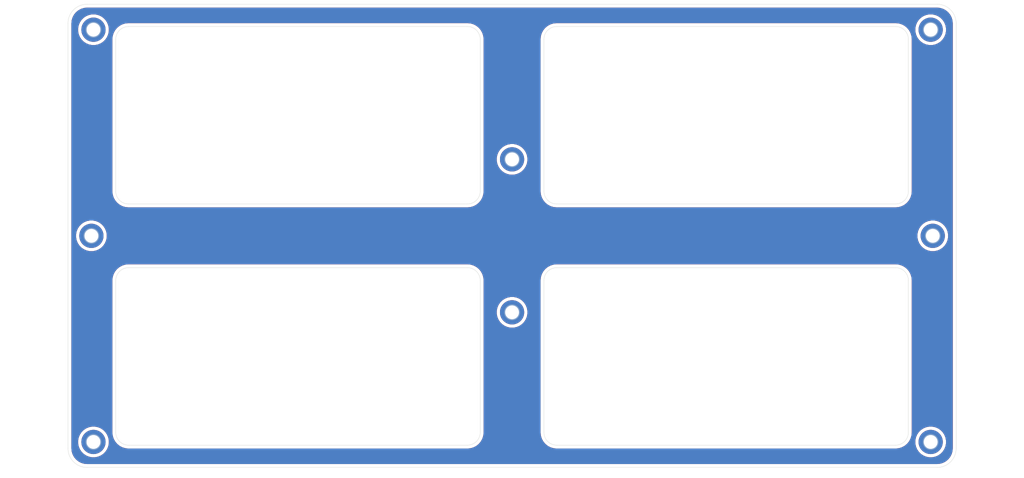
<source format=kicad_pcb>
(kicad_pcb (version 20171130) (host pcbnew "(5.1.10)-1")

  (general
    (thickness 1.6)
    (drawings 145)
    (tracks 0)
    (zones 0)
    (modules 8)
    (nets 1)
  )

  (page A4)
  (layers
    (0 F.Cu signal)
    (31 B.Cu signal)
    (32 B.Adhes user)
    (33 F.Adhes user)
    (34 B.Paste user)
    (35 F.Paste user)
    (36 B.SilkS user)
    (37 F.SilkS user)
    (38 B.Mask user)
    (39 F.Mask user)
    (40 Dwgs.User user)
    (41 Cmts.User user)
    (42 Eco1.User user)
    (43 Eco2.User user)
    (44 Edge.Cuts user)
    (45 Margin user)
    (46 B.CrtYd user)
    (47 F.CrtYd user)
    (48 B.Fab user)
    (49 F.Fab user)
  )

  (setup
    (last_trace_width 0.25)
    (trace_clearance 0.2)
    (zone_clearance 0.508)
    (zone_45_only no)
    (trace_min 0.2)
    (via_size 0.8)
    (via_drill 0.4)
    (via_min_size 0.4)
    (via_min_drill 0.3)
    (uvia_size 0.3)
    (uvia_drill 0.1)
    (uvias_allowed no)
    (uvia_min_size 0.2)
    (uvia_min_drill 0.1)
    (edge_width 0.05)
    (segment_width 0.2)
    (pcb_text_width 0.3)
    (pcb_text_size 1.5 1.5)
    (mod_edge_width 0.12)
    (mod_text_size 1 1)
    (mod_text_width 0.15)
    (pad_size 1.524 1.524)
    (pad_drill 0.762)
    (pad_to_mask_clearance 0)
    (aux_axis_origin 72.175 51.124999)
    (grid_origin 203.85 83.4625)
    (visible_elements 7FFFFFFF)
    (pcbplotparams
      (layerselection 0x010cc_ffffffff)
      (usegerberextensions false)
      (usegerberattributes true)
      (usegerberadvancedattributes true)
      (creategerberjobfile true)
      (excludeedgelayer true)
      (linewidth 0.100000)
      (plotframeref false)
      (viasonmask false)
      (mode 1)
      (useauxorigin false)
      (hpglpennumber 1)
      (hpglpenspeed 20)
      (hpglpendiameter 15.000000)
      (psnegative false)
      (psa4output false)
      (plotreference true)
      (plotvalue true)
      (plotinvisibletext false)
      (padsonsilk false)
      (subtractmaskfromsilk false)
      (outputformat 1)
      (mirror false)
      (drillshape 0)
      (scaleselection 1)
      (outputdirectory "../../Gerbers/bottom/"))
  )

  (net 0 "")

  (net_class Default "This is the default net class."
    (clearance 0.2)
    (trace_width 0.25)
    (via_dia 0.8)
    (via_drill 0.4)
    (uvia_dia 0.3)
    (uvia_drill 0.1)
  )

  (module MountingHole:MountingHole_2.2mm_M2_DIN965_Pad (layer F.Cu) (tedit 56D1B4CB) (tstamp 60E3317D)
    (at 71.85 83.4625)
    (descr "Mounting Hole 2.2mm, M2, DIN965")
    (tags "mounting hole 2.2mm m2 din965")
    (attr virtual)
    (fp_text reference REF** (at 0 -2.9) (layer F.SilkS) hide
      (effects (font (size 1 1) (thickness 0.15)))
    )
    (fp_text value MountingHole_2.2mm_M2_DIN965_Pad (at 0 2.9) (layer F.Fab)
      (effects (font (size 1 1) (thickness 0.15)))
    )
    (fp_circle (center 0 0) (end 1.9 0) (layer Cmts.User) (width 0.15))
    (fp_circle (center 0 0) (end 2.15 0) (layer F.CrtYd) (width 0.05))
    (fp_text user %R (at 0.3 0) (layer F.Fab)
      (effects (font (size 1 1) (thickness 0.15)))
    )
    (pad 1 thru_hole circle (at 0 0) (size 3.8 3.8) (drill 2.2) (layers *.Cu *.Mask))
  )

  (module MountingHole:MountingHole_2.2mm_M2_DIN965_Pad (layer F.Cu) (tedit 56D1B4CB) (tstamp 60E3317D)
    (at 137.85 95.4625)
    (descr "Mounting Hole 2.2mm, M2, DIN965")
    (tags "mounting hole 2.2mm m2 din965")
    (attr virtual)
    (fp_text reference REF** (at 0 -2.9) (layer F.SilkS) hide
      (effects (font (size 1 1) (thickness 0.15)))
    )
    (fp_text value MountingHole_2.2mm_M2_DIN965_Pad (at 0 2.9) (layer F.Fab)
      (effects (font (size 1 1) (thickness 0.15)))
    )
    (fp_circle (center 0 0) (end 1.9 0) (layer Cmts.User) (width 0.15))
    (fp_circle (center 0 0) (end 2.15 0) (layer F.CrtYd) (width 0.05))
    (fp_text user %R (at 0.3 0) (layer F.Fab)
      (effects (font (size 1 1) (thickness 0.15)))
    )
    (pad 1 thru_hole circle (at 0 0) (size 3.8 3.8) (drill 2.2) (layers *.Cu *.Mask))
  )

  (module MountingHole:MountingHole_2.2mm_M2_DIN965_Pad (layer F.Cu) (tedit 56D1B4CB) (tstamp 60E3317D)
    (at 137.85 71.4625)
    (descr "Mounting Hole 2.2mm, M2, DIN965")
    (tags "mounting hole 2.2mm m2 din965")
    (attr virtual)
    (fp_text reference REF** (at 0 -2.9) (layer F.SilkS) hide
      (effects (font (size 1 1) (thickness 0.15)))
    )
    (fp_text value MountingHole_2.2mm_M2_DIN965_Pad (at 0 2.9) (layer F.Fab)
      (effects (font (size 1 1) (thickness 0.15)))
    )
    (fp_circle (center 0 0) (end 1.9 0) (layer Cmts.User) (width 0.15))
    (fp_circle (center 0 0) (end 2.15 0) (layer F.CrtYd) (width 0.05))
    (fp_text user %R (at 0.3 0) (layer F.Fab)
      (effects (font (size 1 1) (thickness 0.15)))
    )
    (pad 1 thru_hole circle (at 0 0) (size 3.8 3.8) (drill 2.2) (layers *.Cu *.Mask))
  )

  (module MountingHole:MountingHole_2.2mm_M2_DIN965_Pad (layer F.Cu) (tedit 56D1B4CB) (tstamp 60E3317D)
    (at 203.85 83.4625)
    (descr "Mounting Hole 2.2mm, M2, DIN965")
    (tags "mounting hole 2.2mm m2 din965")
    (attr virtual)
    (fp_text reference REF** (at 0 -2.9) (layer F.SilkS) hide
      (effects (font (size 1 1) (thickness 0.15)))
    )
    (fp_text value MountingHole_2.2mm_M2_DIN965_Pad (at 0 2.9) (layer F.Fab)
      (effects (font (size 1 1) (thickness 0.15)))
    )
    (fp_circle (center 0 0) (end 1.9 0) (layer Cmts.User) (width 0.15))
    (fp_circle (center 0 0) (end 2.15 0) (layer F.CrtYd) (width 0.05))
    (fp_text user %R (at 0.3 0) (layer F.Fab)
      (effects (font (size 1 1) (thickness 0.15)))
    )
    (pad 1 thru_hole circle (at 0 0) (size 3.8 3.8) (drill 2.2) (layers *.Cu *.Mask))
  )

  (module MountingHole:MountingHole_2.2mm_M2_DIN965_Pad (layer F.Cu) (tedit 56D1B4CB) (tstamp 60E3317D)
    (at 203.525 51.124999)
    (descr "Mounting Hole 2.2mm, M2, DIN965")
    (tags "mounting hole 2.2mm m2 din965")
    (attr virtual)
    (fp_text reference REF** (at 0 -2.9) (layer F.SilkS) hide
      (effects (font (size 1 1) (thickness 0.15)))
    )
    (fp_text value MountingHole_2.2mm_M2_DIN965_Pad (at 0 2.9) (layer F.Fab)
      (effects (font (size 1 1) (thickness 0.15)))
    )
    (fp_circle (center 0 0) (end 1.9 0) (layer Cmts.User) (width 0.15))
    (fp_circle (center 0 0) (end 2.15 0) (layer F.CrtYd) (width 0.05))
    (fp_text user %R (at 0.3 0) (layer F.Fab)
      (effects (font (size 1 1) (thickness 0.15)))
    )
    (pad 1 thru_hole circle (at 0 0) (size 3.8 3.8) (drill 2.2) (layers *.Cu *.Mask))
  )

  (module MountingHole:MountingHole_2.2mm_M2_DIN965_Pad (layer F.Cu) (tedit 56D1B4CB) (tstamp 60E3317D)
    (at 203.525 115.8)
    (descr "Mounting Hole 2.2mm, M2, DIN965")
    (tags "mounting hole 2.2mm m2 din965")
    (attr virtual)
    (fp_text reference REF** (at 0 -2.9) (layer F.SilkS) hide
      (effects (font (size 1 1) (thickness 0.15)))
    )
    (fp_text value MountingHole_2.2mm_M2_DIN965_Pad (at 0 2.9) (layer F.Fab)
      (effects (font (size 1 1) (thickness 0.15)))
    )
    (fp_circle (center 0 0) (end 1.9 0) (layer Cmts.User) (width 0.15))
    (fp_circle (center 0 0) (end 2.15 0) (layer F.CrtYd) (width 0.05))
    (fp_text user %R (at 0.3 0) (layer F.Fab)
      (effects (font (size 1 1) (thickness 0.15)))
    )
    (pad 1 thru_hole circle (at 0 0) (size 3.8 3.8) (drill 2.2) (layers *.Cu *.Mask))
  )

  (module MountingHole:MountingHole_2.2mm_M2_DIN965_Pad (layer F.Cu) (tedit 56D1B4CB) (tstamp 60E3317D)
    (at 72.175 115.799999)
    (descr "Mounting Hole 2.2mm, M2, DIN965")
    (tags "mounting hole 2.2mm m2 din965")
    (attr virtual)
    (fp_text reference REF** (at 0 -2.9) (layer F.SilkS) hide
      (effects (font (size 1 1) (thickness 0.15)))
    )
    (fp_text value MountingHole_2.2mm_M2_DIN965_Pad (at 0 2.9) (layer F.Fab)
      (effects (font (size 1 1) (thickness 0.15)))
    )
    (fp_circle (center 0 0) (end 1.9 0) (layer Cmts.User) (width 0.15))
    (fp_circle (center 0 0) (end 2.15 0) (layer F.CrtYd) (width 0.05))
    (fp_text user %R (at 0.3 0) (layer F.Fab)
      (effects (font (size 1 1) (thickness 0.15)))
    )
    (pad 1 thru_hole circle (at 0 0) (size 3.8 3.8) (drill 2.2) (layers *.Cu *.Mask))
  )

  (module MountingHole:MountingHole_2.2mm_M2_DIN965_Pad (layer F.Cu) (tedit 56D1B4CB) (tstamp 60E3316C)
    (at 72.175 51.124999)
    (descr "Mounting Hole 2.2mm, M2, DIN965")
    (tags "mounting hole 2.2mm m2 din965")
    (attr virtual)
    (fp_text reference REF** (at 0 -2.9) (layer F.SilkS) hide
      (effects (font (size 1 1) (thickness 0.15)))
    )
    (fp_text value MountingHole_2.2mm_M2_DIN965_Pad (at 0 2.9) (layer F.Fab)
      (effects (font (size 1 1) (thickness 0.15)))
    )
    (fp_text user %R (at 0.3 0) (layer F.Fab)
      (effects (font (size 1 1) (thickness 0.15)))
    )
    (fp_circle (center 0 0) (end 1.9 0) (layer Cmts.User) (width 0.15))
    (fp_circle (center 0 0) (end 2.15 0) (layer F.CrtYd) (width 0.05))
    (pad 1 thru_hole circle (at 0 0) (size 3.8 3.8) (drill 2.2) (layers *.Cu *.Mask))
  )

  (gr_arc (start 198.025 114.299999) (end 198.025 116.299999) (angle -90) (layer Edge.Cuts) (width 0.05) (tstamp 60E33F11))
  (gr_line (start 198.025 88.462499) (end 144.85 88.462499) (layer Edge.Cuts) (width 0.05) (tstamp 60E33F10))
  (gr_arc (start 144.85 114.299999) (end 142.85 114.299999) (angle -90) (layer Edge.Cuts) (width 0.05) (tstamp 60E33F0F))
  (gr_arc (start 198.025 90.462499) (end 200.025 90.462499) (angle -90) (layer Edge.Cuts) (width 0.05) (tstamp 60E33F0E))
  (gr_line (start 142.85 90.462499) (end 142.85 114.299999) (layer Edge.Cuts) (width 0.05) (tstamp 60E33F0D))
  (gr_line (start 200.025 114.299999) (end 200.025 90.462499) (layer Edge.Cuts) (width 0.05) (tstamp 60E33F0C))
  (gr_line (start 144.85 116.299999) (end 198.025 116.299999) (layer Edge.Cuts) (width 0.05) (tstamp 60E33F0B))
  (gr_arc (start 144.85 90.462499) (end 144.85 88.462499) (angle -90) (layer Edge.Cuts) (width 0.05) (tstamp 60E33F0A))
  (gr_arc (start 198.025 76.462499) (end 198.025 78.462499) (angle -90) (layer Edge.Cuts) (width 0.05) (tstamp 60E33F11))
  (gr_line (start 198.025 50.624999) (end 144.85 50.624999) (layer Edge.Cuts) (width 0.05) (tstamp 60E33F10))
  (gr_arc (start 144.85 76.462499) (end 142.85 76.462499) (angle -90) (layer Edge.Cuts) (width 0.05) (tstamp 60E33F0F))
  (gr_arc (start 198.025 52.624999) (end 200.025 52.624999) (angle -90) (layer Edge.Cuts) (width 0.05) (tstamp 60E33F0E))
  (gr_line (start 142.85 52.624999) (end 142.85 76.462499) (layer Edge.Cuts) (width 0.05) (tstamp 60E33F0D))
  (gr_line (start 200.025 76.462499) (end 200.025 52.624999) (layer Edge.Cuts) (width 0.05) (tstamp 60E33F0C))
  (gr_line (start 144.85 78.462499) (end 198.025 78.462499) (layer Edge.Cuts) (width 0.05) (tstamp 60E33F0B))
  (gr_arc (start 144.85 52.624999) (end 144.85 50.624999) (angle -90) (layer Edge.Cuts) (width 0.05) (tstamp 60E33F0A))
  (gr_arc (start 130.85 114.299999) (end 130.85 116.299999) (angle -90) (layer Edge.Cuts) (width 0.05) (tstamp 60E33F11))
  (gr_line (start 130.85 88.462499) (end 77.675 88.462499) (layer Edge.Cuts) (width 0.05) (tstamp 60E33F10))
  (gr_arc (start 77.675 114.299999) (end 75.675 114.299999) (angle -90) (layer Edge.Cuts) (width 0.05) (tstamp 60E33F0F))
  (gr_arc (start 130.85 90.462499) (end 132.85 90.462499) (angle -90) (layer Edge.Cuts) (width 0.05) (tstamp 60E33F0E))
  (gr_line (start 75.675 90.462499) (end 75.675 114.299999) (layer Edge.Cuts) (width 0.05) (tstamp 60E33F0D))
  (gr_line (start 132.85 114.299999) (end 132.85 90.462499) (layer Edge.Cuts) (width 0.05) (tstamp 60E33F0C))
  (gr_line (start 77.675 116.299999) (end 130.85 116.299999) (layer Edge.Cuts) (width 0.05) (tstamp 60E33F0B))
  (gr_arc (start 77.675 90.462499) (end 77.675 88.462499) (angle -90) (layer Edge.Cuts) (width 0.05) (tstamp 60E33F0A))
  (gr_line (start 132.85 76.462499) (end 132.85 52.624999) (layer Edge.Cuts) (width 0.05) (tstamp 60E33EF8))
  (gr_line (start 77.675 78.462499) (end 130.85 78.462499) (layer Edge.Cuts) (width 0.05) (tstamp 60E33EF7))
  (gr_line (start 75.675 52.624999) (end 75.675 76.462499) (layer Edge.Cuts) (width 0.05) (tstamp 60E33EF6))
  (gr_line (start 130.85 50.624999) (end 77.675 50.624999) (layer Edge.Cuts) (width 0.05) (tstamp 60E33EF5))
  (gr_arc (start 77.675 76.462499) (end 75.675 76.462499) (angle -90) (layer Edge.Cuts) (width 0.05))
  (gr_arc (start 130.85 76.462499) (end 130.85 78.462499) (angle -90) (layer Edge.Cuts) (width 0.05))
  (gr_arc (start 130.85 52.624999) (end 132.85 52.624999) (angle -90) (layer Edge.Cuts) (width 0.05))
  (gr_arc (start 77.675 52.624999) (end 77.675 50.624999) (angle -90) (layer Edge.Cuts) (width 0.05))
  (gr_line (start 207.525 116.8) (end 207.525 50.124999) (layer Edge.Cuts) (width 0.05) (tstamp 60E33EE1))
  (gr_line (start 71.175 119.799999) (end 204.525 119.8) (layer Edge.Cuts) (width 0.05) (tstamp 60E33EE0))
  (gr_line (start 68.175 50.124999) (end 68.175 116.799999) (layer Edge.Cuts) (width 0.05) (tstamp 60E33EDF))
  (gr_line (start 204.525 47.124999) (end 72.175 47.124999) (layer Edge.Cuts) (width 0.05) (tstamp 60E33EDE))
  (gr_arc (start 204.525 50.124999) (end 207.525 50.124999) (angle -90) (layer Edge.Cuts) (width 0.05))
  (gr_arc (start 204.525 116.8) (end 204.525 119.8) (angle -90) (layer Edge.Cuts) (width 0.05))
  (gr_arc (start 71.175 116.799999) (end 68.175 116.799999) (angle -90) (layer Edge.Cuts) (width 0.05))
  (gr_arc (start 71.175 50.124999) (end 71.175 47.124999) (angle -90) (layer Edge.Cuts) (width 0.05))
  (gr_line (start 72.175 47.124999) (end 71.175 47.124999) (layer Edge.Cuts) (width 0.05))
  (gr_circle (center 203.525 115.8) (end 202.325 115.8) (layer Edge.Cuts) (width 0.05))
  (gr_circle (center 203.525 51.124999) (end 202.325 51.124999) (layer Edge.Cuts) (width 0.05))
  (gr_circle (center 203.85 83.462499) (end 202.65 83.462499) (layer Edge.Cuts) (width 0.05))
  (gr_circle (center 137.85 95.462499) (end 136.65 95.462499) (layer Edge.Cuts) (width 0.05))
  (gr_circle (center 137.85 71.462499) (end 136.65 71.462499) (layer Edge.Cuts) (width 0.05))
  (gr_circle (center 71.85 83.462499) (end 70.65 83.462499) (layer Edge.Cuts) (width 0.05))
  (gr_circle (center 72.175 115.799999) (end 70.975 115.799999) (layer Edge.Cuts) (width 0.05))
  (gr_circle (center 72.175 51.124999) (end 70.975 51.124999) (layer Edge.Cuts) (width 0.05))
  (gr_arc (start 71.175 116.799999) (end 68.175 116.8) (angle -90) (layer Dwgs.User) (width 0.2))
  (gr_arc (start 198.025 114.299999) (end 198.025 116.299999) (angle -90) (layer Dwgs.User) (width 0.2))
  (gr_line (start 198.025001 50.624999) (end 144.85 50.624999) (layer Dwgs.User) (width 0.2))
  (gr_circle (center 71.85 83.462499) (end 73.05 83.462499) (layer Dwgs.User) (width 0.2))
  (gr_circle (center 72.175 51.124999) (end 73.375 51.124999) (layer Dwgs.User) (width 0.2))
  (gr_arc (start 198.025 76.462499) (end 198.025 78.462499) (angle -90) (layer Dwgs.User) (width 0.2))
  (gr_circle (center 137.85 95.462499) (end 139.05 95.462499) (layer Dwgs.User) (width 0.2))
  (gr_circle (center 203.525 115.8) (end 204.725 115.8) (layer Dwgs.User) (width 0.2))
  (gr_circle (center 137.85 71.462499) (end 139.05 71.462499) (layer Dwgs.User) (width 0.2))
  (gr_line (start 198.025 116.299999) (end 144.85 116.299999) (layer Dwgs.User) (width 0.2))
  (gr_circle (center 72.175 115.799999) (end 73.375 115.799999) (layer Dwgs.User) (width 0.2))
  (gr_arc (start 77.675 90.462499) (end 77.675 88.462499) (angle -90) (layer Dwgs.User) (width 0.2))
  (gr_line (start 144.85 88.462499) (end 198.025 88.462499) (layer Dwgs.User) (width 0.2))
  (gr_line (start 142.85 114.299999) (end 142.85 90.462499) (layer Dwgs.User) (width 0.2))
  (gr_line (start 68.175 116.8) (end 68.175 50.124999) (layer Dwgs.User) (width 0.2))
  (gr_arc (start 204.525 50.124999) (end 207.525 50.124999) (angle -90) (layer Dwgs.User) (width 0.2))
  (gr_line (start 142.85 52.624999) (end 142.85 76.462499) (layer Dwgs.User) (width 0.2))
  (gr_arc (start 198.025001 90.462499) (end 200.025001 90.462499) (angle -90) (layer Dwgs.User) (width 0.2))
  (gr_arc (start 144.85 114.299999) (end 142.85 114.299999) (angle -90) (layer Dwgs.User) (width 0.2))
  (gr_arc (start 144.85 52.624999) (end 144.85 50.624999) (angle -90) (layer Dwgs.User) (width 0.2))
  (gr_circle (center 203.85 83.4625) (end 205.05 83.4625) (layer Dwgs.User) (width 0.2))
  (gr_line (start 207.525 50.124999) (end 207.525 116.8) (layer Dwgs.User) (width 0.2))
  (gr_line (start 144.85 78.462499) (end 198.025 78.462499) (layer Dwgs.User) (width 0.2))
  (gr_line (start 204.525 119.799999) (end 71.175 119.799999) (layer Dwgs.User) (width 0.2))
  (gr_line (start 200.025001 90.462499) (end 200.025 114.3) (layer Dwgs.User) (width 0.2))
  (gr_arc (start 71.175001 50.125) (end 71.175 47.124999) (angle -90) (layer Dwgs.User) (width 0.2))
  (gr_arc (start 144.85 90.4625) (end 144.85 88.462499) (angle -90) (layer Dwgs.User) (width 0.2))
  (gr_arc (start 198.025 52.624999) (end 200.025 52.624999) (angle -90) (layer Dwgs.User) (width 0.2))
  (gr_arc (start 204.525 116.799999) (end 204.525 119.799999) (angle -90) (layer Dwgs.User) (width 0.2))
  (gr_line (start 200.025 76.462499) (end 200.025 52.624999) (layer Dwgs.User) (width 0.2))
  (gr_line (start 71.175 47.124999) (end 204.525001 47.124999) (layer Dwgs.User) (width 0.2))
  (gr_arc (start 144.85 76.462499) (end 142.85 76.462499) (angle -90) (layer Dwgs.User) (width 0.2))
  (gr_arc (start 77.675 114.3) (end 75.675 114.299999) (angle -90) (layer Dwgs.User) (width 0.2))
  (gr_line (start 71.175 47.124999) (end 204.525001 47.124999) (layer Dwgs.User) (width 0.2))
  (gr_arc (start 71.175 116.799999) (end 68.175 116.8) (angle -90) (layer Dwgs.User) (width 0.2))
  (gr_line (start 204.525 119.799999) (end 71.175 119.799999) (layer Dwgs.User) (width 0.2))
  (gr_line (start 130.85 88.462499) (end 77.675 88.462499) (layer Dwgs.User) (width 0.2))
  (gr_arc (start 130.85 90.462499) (end 132.85 90.462499) (angle -90) (layer Dwgs.User) (width 0.2))
  (gr_arc (start 77.675 76.4625) (end 75.675 76.462499) (angle -90) (layer Dwgs.User) (width 0.2))
  (gr_arc (start 144.85 76.462499) (end 142.85 76.462499) (angle -90) (layer Dwgs.User) (width 0.2))
  (gr_line (start 132.85 114.299999) (end 132.85 90.462499) (layer Dwgs.User) (width 0.2))
  (gr_arc (start 130.85 114.299999) (end 130.85 116.299999) (angle -90) (layer Dwgs.User) (width 0.2))
  (gr_line (start 200.025 76.462499) (end 200.025 52.624999) (layer Dwgs.User) (width 0.2))
  (gr_line (start 77.675 116.299999) (end 130.85 116.299999) (layer Dwgs.User) (width 0.2))
  (gr_circle (center 72.175 51.124999) (end 73.375 51.124999) (layer Dwgs.User) (width 0.2))
  (gr_arc (start 130.85 52.624999) (end 132.85 52.624999) (angle -90) (layer Dwgs.User) (width 0.2))
  (gr_arc (start 77.675 76.4625) (end 75.675 76.462499) (angle -90) (layer Dwgs.User) (width 0.2))
  (gr_arc (start 144.85 90.4625) (end 144.85 88.462499) (angle -90) (layer Dwgs.User) (width 0.2))
  (gr_line (start 144.85 78.462499) (end 198.025 78.462499) (layer Dwgs.User) (width 0.2))
  (gr_arc (start 144.85 114.299999) (end 142.85 114.299999) (angle -90) (layer Dwgs.User) (width 0.2))
  (gr_circle (center 203.525 51.124999) (end 204.725 51.124999) (layer Dwgs.User) (width 0.2))
  (gr_arc (start 144.85 52.624999) (end 144.85 50.624999) (angle -90) (layer Dwgs.User) (width 0.2))
  (gr_arc (start 130.85 76.462499) (end 130.85 78.462499) (angle -90) (layer Dwgs.User) (width 0.2))
  (gr_arc (start 130.85 114.299999) (end 130.85 116.299999) (angle -90) (layer Dwgs.User) (width 0.2))
  (gr_arc (start 77.675 114.3) (end 75.675 114.299999) (angle -90) (layer Dwgs.User) (width 0.2))
  (gr_circle (center 203.525 51.124999) (end 204.725 51.124999) (layer Dwgs.User) (width 0.2))
  (gr_line (start 207.525 50.124999) (end 207.525 116.8) (layer Dwgs.User) (width 0.2))
  (gr_line (start 75.675 90.462499) (end 75.675 114.299999) (layer Dwgs.User) (width 0.2))
  (gr_line (start 77.675 116.299999) (end 130.85 116.299999) (layer Dwgs.User) (width 0.2))
  (gr_line (start 75.675 76.462499) (end 75.675 52.624999) (layer Dwgs.User) (width 0.2))
  (gr_line (start 77.675 50.624999) (end 130.85 50.624999) (layer Dwgs.User) (width 0.2))
  (gr_arc (start 77.675 52.624999) (end 77.675 50.624999) (angle -90) (layer Dwgs.User) (width 0.2))
  (gr_arc (start 204.525 50.124999) (end 207.525 50.124999) (angle -90) (layer Dwgs.User) (width 0.2))
  (gr_line (start 132.85 114.299999) (end 132.85 90.462499) (layer Dwgs.User) (width 0.2))
  (gr_line (start 132.85 76.462499) (end 132.85 52.624999) (layer Dwgs.User) (width 0.2))
  (gr_circle (center 137.85 71.462499) (end 139.05 71.462499) (layer Dwgs.User) (width 0.2))
  (gr_line (start 77.675 78.462499) (end 130.85 78.462499) (layer Dwgs.User) (width 0.2))
  (gr_circle (center 71.85 83.462499) (end 73.05 83.462499) (layer Dwgs.User) (width 0.2))
  (gr_arc (start 204.525 116.799999) (end 204.525 119.799999) (angle -90) (layer Dwgs.User) (width 0.2))
  (gr_arc (start 77.675 52.624999) (end 77.675 50.624999) (angle -90) (layer Dwgs.User) (width 0.2))
  (gr_line (start 198.025 88.462499) (end 144.85 88.462499) (layer Dwgs.User) (width 0.2))
  (gr_arc (start 77.675 90.462499) (end 77.675 88.462499) (angle -90) (layer Dwgs.User) (width 0.2))
  (gr_line (start 142.85 52.624999) (end 142.85 76.462499) (layer Dwgs.User) (width 0.2))
  (gr_line (start 142.85 90.462499) (end 142.85 114.299999) (layer Dwgs.User) (width 0.2))
  (gr_arc (start 198.025001 90.462499) (end 200.025001 90.462499) (angle -90) (layer Dwgs.User) (width 0.2))
  (gr_arc (start 198.025 114.299999) (end 198.025 116.299999) (angle -90) (layer Dwgs.User) (width 0.2))
  (gr_circle (center 72.175 115.799999) (end 73.375 115.799999) (layer Dwgs.User) (width 0.2))
  (gr_circle (center 203.85 83.4625) (end 205.05 83.4625) (layer Dwgs.User) (width 0.2))
  (gr_arc (start 71.175001 50.125) (end 71.175 47.124999) (angle -90) (layer Dwgs.User) (width 0.2))
  (gr_line (start 130.85 50.624999) (end 77.675 50.624999) (layer Dwgs.User) (width 0.2))
  (gr_line (start 144.85 116.299999) (end 198.025 116.299999) (layer Dwgs.User) (width 0.2))
  (gr_arc (start 198.025 76.462499) (end 198.025 78.462499) (angle -90) (layer Dwgs.User) (width 0.2))
  (gr_arc (start 130.85 90.462499) (end 132.85 90.462499) (angle -90) (layer Dwgs.User) (width 0.2))
  (gr_line (start 198.025001 50.624999) (end 144.85 50.624999) (layer Dwgs.User) (width 0.2))
  (gr_line (start 130.85 78.462499) (end 77.675 78.462499) (layer Dwgs.User) (width 0.2))
  (gr_line (start 132.85 52.624999) (end 132.85 76.462499) (layer Dwgs.User) (width 0.2))
  (gr_line (start 68.175 116.8) (end 68.175 50.124999) (layer Dwgs.User) (width 0.2))
  (gr_line (start 75.675 90.462499) (end 75.675 114.299999) (layer Dwgs.User) (width 0.2))
  (gr_circle (center 137.85 95.462499) (end 139.05 95.462499) (layer Dwgs.User) (width 0.2))
  (gr_line (start 75.675 52.624999) (end 75.675 76.462499) (layer Dwgs.User) (width 0.2))
  (gr_arc (start 198.025 52.624999) (end 200.025 52.624999) (angle -90) (layer Dwgs.User) (width 0.2))
  (gr_circle (center 203.525 115.8) (end 204.725 115.8) (layer Dwgs.User) (width 0.2))
  (gr_arc (start 130.85 76.462499) (end 130.85 78.462499) (angle -90) (layer Dwgs.User) (width 0.2))
  (gr_line (start 130.85 88.462499) (end 77.675 88.462499) (layer Dwgs.User) (width 0.2))
  (gr_arc (start 130.85 52.624999) (end 132.85 52.624999) (angle -90) (layer Dwgs.User) (width 0.2))
  (gr_line (start 200.025 114.3) (end 200.025001 90.462499) (layer Dwgs.User) (width 0.2))

  (zone (net 0) (net_name "") (layer F.Cu) (tstamp 60E331D2) (hatch edge 0.508)
    (connect_pads (clearance 0.508))
    (min_thickness 0.254)
    (fill yes (arc_segments 32) (thermal_gap 0.508) (thermal_bridge_width 0.508))
    (polygon
      (pts
        (xy 208.85 121.4625) (xy 66.85 121.4625) (xy 66.85 46.4625) (xy 208.85 46.4625)
      )
    )
    (filled_polygon
      (pts
        (xy 204.978893 47.832669) (xy 205.415498 47.964488) (xy 205.818185 48.178599) (xy 206.171612 48.466847) (xy 206.462327 48.81826)
        (xy 206.679242 49.219438) (xy 206.814106 49.655112) (xy 206.865001 50.139352) (xy 206.865 116.767721) (xy 206.81733 117.253894)
        (xy 206.685512 117.690497) (xy 206.471399 118.093186) (xy 206.18315 118.446613) (xy 205.831739 118.737327) (xy 205.430564 118.95424)
        (xy 204.994886 119.089106) (xy 204.510655 119.140001) (xy 71.207279 119.139999) (xy 70.721106 119.092329) (xy 70.284503 118.960511)
        (xy 69.881814 118.746398) (xy 69.528387 118.458149) (xy 69.237673 118.106738) (xy 69.02076 117.705563) (xy 68.885894 117.269885)
        (xy 68.835 116.785663) (xy 68.835 115.550323) (xy 69.64 115.550323) (xy 69.64 116.049675) (xy 69.737418 116.539431)
        (xy 69.928512 117.000772) (xy 70.205937 117.415967) (xy 70.559032 117.769062) (xy 70.974227 118.046487) (xy 71.435568 118.237581)
        (xy 71.925324 118.334999) (xy 72.424676 118.334999) (xy 72.914432 118.237581) (xy 73.375773 118.046487) (xy 73.790968 117.769062)
        (xy 74.144063 117.415967) (xy 74.421488 117.000772) (xy 74.612582 116.539431) (xy 74.71 116.049675) (xy 74.71 115.550323)
        (xy 74.612582 115.060567) (xy 74.421488 114.599226) (xy 74.144063 114.184031) (xy 73.790968 113.830936) (xy 73.375773 113.553511)
        (xy 72.914432 113.362417) (xy 72.424676 113.264999) (xy 71.925324 113.264999) (xy 71.435568 113.362417) (xy 70.974227 113.553511)
        (xy 70.559032 113.830936) (xy 70.205937 114.184031) (xy 69.928512 114.599226) (xy 69.737418 115.060567) (xy 69.64 115.550323)
        (xy 68.835 115.550323) (xy 68.835 90.430081) (xy 75.015 90.430081) (xy 75.015001 114.332418) (xy 75.017852 114.361363)
        (xy 75.017765 114.37378) (xy 75.018665 114.382951) (xy 75.059466 114.771144) (xy 75.071487 114.829707) (xy 75.082702 114.8885)
        (xy 75.085366 114.897322) (xy 75.20079 115.270197) (xy 75.223975 115.325352) (xy 75.246379 115.380805) (xy 75.250706 115.388942)
        (xy 75.436357 115.732297) (xy 75.46978 115.781848) (xy 75.502562 115.831945) (xy 75.508387 115.839086) (xy 75.757194 116.13984)
        (xy 75.799629 116.18198) (xy 75.841492 116.224729) (xy 75.848592 116.230603) (xy 76.151077 116.477304) (xy 76.200904 116.510408)
        (xy 76.250259 116.544203) (xy 76.258365 116.548586) (xy 76.603007 116.731836) (xy 76.658311 116.75463) (xy 76.713295 116.778197)
        (xy 76.722098 116.780922) (xy 77.09577 116.89374) (xy 77.154458 116.90536) (xy 77.212961 116.917796) (xy 77.222126 116.918759)
        (xy 77.610595 116.956849) (xy 77.610598 116.956849) (xy 77.642581 116.959999) (xy 130.882419 116.959999) (xy 130.911373 116.957147)
        (xy 130.923781 116.957234) (xy 130.932952 116.956334) (xy 131.321145 116.915533) (xy 131.379708 116.903512) (xy 131.438501 116.892297)
        (xy 131.447323 116.889633) (xy 131.820198 116.774209) (xy 131.875353 116.751024) (xy 131.930806 116.72862) (xy 131.938943 116.724293)
        (xy 132.282298 116.538642) (xy 132.331849 116.505219) (xy 132.381946 116.472437) (xy 132.389087 116.466612) (xy 132.689841 116.217805)
        (xy 132.731981 116.17537) (xy 132.77473 116.133507) (xy 132.780604 116.126407) (xy 133.027305 115.823922) (xy 133.060409 115.774095)
        (xy 133.094204 115.72474) (xy 133.098587 115.716634) (xy 133.281837 115.371992) (xy 133.304631 115.316688) (xy 133.328198 115.261704)
        (xy 133.330923 115.252901) (xy 133.443741 114.879229) (xy 133.455361 114.820541) (xy 133.467797 114.762038) (xy 133.46876 114.752873)
        (xy 133.50685 114.364404) (xy 133.50685 114.364401) (xy 133.51 114.332418) (xy 133.51 95.212824) (xy 135.315 95.212824)
        (xy 135.315 95.712176) (xy 135.412418 96.201932) (xy 135.603512 96.663273) (xy 135.880937 97.078468) (xy 136.234032 97.431563)
        (xy 136.649227 97.708988) (xy 137.110568 97.900082) (xy 137.600324 97.9975) (xy 138.099676 97.9975) (xy 138.589432 97.900082)
        (xy 139.050773 97.708988) (xy 139.465968 97.431563) (xy 139.819063 97.078468) (xy 140.096488 96.663273) (xy 140.287582 96.201932)
        (xy 140.385 95.712176) (xy 140.385 95.212824) (xy 140.287582 94.723068) (xy 140.096488 94.261727) (xy 139.819063 93.846532)
        (xy 139.465968 93.493437) (xy 139.050773 93.216012) (xy 138.589432 93.024918) (xy 138.099676 92.9275) (xy 137.600324 92.9275)
        (xy 137.110568 93.024918) (xy 136.649227 93.216012) (xy 136.234032 93.493437) (xy 135.880937 93.846532) (xy 135.603512 94.261727)
        (xy 135.412418 94.723068) (xy 135.315 95.212824) (xy 133.51 95.212824) (xy 133.51 90.430081) (xy 142.19 90.430081)
        (xy 142.190001 114.332418) (xy 142.192852 114.361363) (xy 142.192765 114.37378) (xy 142.193665 114.382951) (xy 142.234466 114.771144)
        (xy 142.246487 114.829707) (xy 142.257702 114.8885) (xy 142.260366 114.897322) (xy 142.37579 115.270197) (xy 142.398975 115.325352)
        (xy 142.421379 115.380805) (xy 142.425706 115.388942) (xy 142.611357 115.732297) (xy 142.64478 115.781848) (xy 142.677562 115.831945)
        (xy 142.683387 115.839086) (xy 142.932194 116.13984) (xy 142.974629 116.18198) (xy 143.016492 116.224729) (xy 143.023592 116.230603)
        (xy 143.326077 116.477304) (xy 143.375904 116.510408) (xy 143.425259 116.544203) (xy 143.433365 116.548586) (xy 143.778007 116.731836)
        (xy 143.833311 116.75463) (xy 143.888295 116.778197) (xy 143.897098 116.780922) (xy 144.27077 116.89374) (xy 144.329458 116.90536)
        (xy 144.387961 116.917796) (xy 144.397126 116.918759) (xy 144.785595 116.956849) (xy 144.785598 116.956849) (xy 144.817581 116.959999)
        (xy 198.057419 116.959999) (xy 198.086373 116.957147) (xy 198.098781 116.957234) (xy 198.107952 116.956334) (xy 198.496145 116.915533)
        (xy 198.554708 116.903512) (xy 198.613501 116.892297) (xy 198.622323 116.889633) (xy 198.995198 116.774209) (xy 199.050353 116.751024)
        (xy 199.105806 116.72862) (xy 199.113943 116.724293) (xy 199.457298 116.538642) (xy 199.506849 116.505219) (xy 199.556946 116.472437)
        (xy 199.564087 116.466612) (xy 199.864841 116.217805) (xy 199.906981 116.17537) (xy 199.94973 116.133507) (xy 199.955604 116.126407)
        (xy 200.202305 115.823922) (xy 200.235409 115.774095) (xy 200.269204 115.72474) (xy 200.273587 115.716634) (xy 200.362015 115.550324)
        (xy 200.99 115.550324) (xy 200.99 116.049676) (xy 201.087418 116.539432) (xy 201.278512 117.000773) (xy 201.555937 117.415968)
        (xy 201.909032 117.769063) (xy 202.324227 118.046488) (xy 202.785568 118.237582) (xy 203.275324 118.335) (xy 203.774676 118.335)
        (xy 204.264432 118.237582) (xy 204.725773 118.046488) (xy 205.140968 117.769063) (xy 205.494063 117.415968) (xy 205.771488 117.000773)
        (xy 205.962582 116.539432) (xy 206.06 116.049676) (xy 206.06 115.550324) (xy 205.962582 115.060568) (xy 205.771488 114.599227)
        (xy 205.494063 114.184032) (xy 205.140968 113.830937) (xy 204.725773 113.553512) (xy 204.264432 113.362418) (xy 203.774676 113.265)
        (xy 203.275324 113.265) (xy 202.785568 113.362418) (xy 202.324227 113.553512) (xy 201.909032 113.830937) (xy 201.555937 114.184032)
        (xy 201.278512 114.599227) (xy 201.087418 115.060568) (xy 200.99 115.550324) (xy 200.362015 115.550324) (xy 200.456837 115.371992)
        (xy 200.479631 115.316688) (xy 200.503198 115.261704) (xy 200.505923 115.252901) (xy 200.618741 114.879229) (xy 200.630361 114.820541)
        (xy 200.642797 114.762038) (xy 200.64376 114.752873) (xy 200.68185 114.364404) (xy 200.68185 114.364401) (xy 200.685 114.332418)
        (xy 200.685 90.43008) (xy 200.682148 90.401126) (xy 200.682235 90.388718) (xy 200.681335 90.379546) (xy 200.640534 89.991354)
        (xy 200.628514 89.932798) (xy 200.617298 89.873997) (xy 200.614634 89.865176) (xy 200.49921 89.492301) (xy 200.476025 89.437146)
        (xy 200.453621 89.381693) (xy 200.449294 89.373557) (xy 200.449294 89.373556) (xy 200.449291 89.373552) (xy 200.263643 89.030201)
        (xy 200.230187 88.9806) (xy 200.197437 88.930553) (xy 200.191613 88.923412) (xy 199.942806 88.622657) (xy 199.900371 88.580518)
        (xy 199.858508 88.537768) (xy 199.851407 88.531895) (xy 199.548923 88.285194) (xy 199.499107 88.252097) (xy 199.449741 88.218294)
        (xy 199.441635 88.213912) (xy 199.096993 88.030662) (xy 199.041687 88.007867) (xy 198.986704 87.984301) (xy 198.977901 87.981576)
        (xy 198.60423 87.868758) (xy 198.545542 87.857138) (xy 198.487039 87.844702) (xy 198.477874 87.843739) (xy 198.089405 87.805649)
        (xy 198.089402 87.805649) (xy 198.057419 87.802499) (xy 144.817581 87.802499) (xy 144.788627 87.805351) (xy 144.776219 87.805264)
        (xy 144.767047 87.806164) (xy 144.378855 87.846965) (xy 144.320299 87.858985) (xy 144.261498 87.870201) (xy 144.252677 87.872865)
        (xy 143.879802 87.988289) (xy 143.824647 88.011474) (xy 143.769194 88.033878) (xy 143.761062 88.038203) (xy 143.761057 88.038205)
        (xy 143.761053 88.038208) (xy 143.417702 88.223856) (xy 143.368101 88.257312) (xy 143.318054 88.290062) (xy 143.310913 88.295886)
        (xy 143.010158 88.544693) (xy 142.968019 88.587128) (xy 142.925269 88.628991) (xy 142.919396 88.636092) (xy 142.672695 88.938576)
        (xy 142.639598 88.988392) (xy 142.605795 89.037758) (xy 142.601413 89.045864) (xy 142.418163 89.390506) (xy 142.395368 89.445812)
        (xy 142.371802 89.500795) (xy 142.369077 89.509598) (xy 142.256259 89.883269) (xy 142.244639 89.941957) (xy 142.232203 90.00046)
        (xy 142.23124 90.009625) (xy 142.19315 90.398094) (xy 142.19 90.430081) (xy 133.51 90.430081) (xy 133.51 90.43008)
        (xy 133.507148 90.401126) (xy 133.507235 90.388718) (xy 133.506335 90.379546) (xy 133.465534 89.991354) (xy 133.453514 89.932798)
        (xy 133.442298 89.873997) (xy 133.439634 89.865176) (xy 133.32421 89.492301) (xy 133.301025 89.437146) (xy 133.278621 89.381693)
        (xy 133.274294 89.373557) (xy 133.274294 89.373556) (xy 133.274291 89.373552) (xy 133.088643 89.030201) (xy 133.055187 88.9806)
        (xy 133.022437 88.930553) (xy 133.016613 88.923412) (xy 132.767806 88.622657) (xy 132.725371 88.580518) (xy 132.683508 88.537768)
        (xy 132.676407 88.531895) (xy 132.373923 88.285194) (xy 132.324107 88.252097) (xy 132.274741 88.218294) (xy 132.266635 88.213912)
        (xy 131.921993 88.030662) (xy 131.866687 88.007867) (xy 131.811704 87.984301) (xy 131.802901 87.981576) (xy 131.42923 87.868758)
        (xy 131.370542 87.857138) (xy 131.312039 87.844702) (xy 131.302874 87.843739) (xy 130.914405 87.805649) (xy 130.914402 87.805649)
        (xy 130.882419 87.802499) (xy 77.642581 87.802499) (xy 77.613627 87.805351) (xy 77.601219 87.805264) (xy 77.592047 87.806164)
        (xy 77.203855 87.846965) (xy 77.145299 87.858985) (xy 77.086498 87.870201) (xy 77.077677 87.872865) (xy 76.704802 87.988289)
        (xy 76.649647 88.011474) (xy 76.594194 88.033878) (xy 76.586062 88.038203) (xy 76.586057 88.038205) (xy 76.586053 88.038208)
        (xy 76.242702 88.223856) (xy 76.193101 88.257312) (xy 76.143054 88.290062) (xy 76.135913 88.295886) (xy 75.835158 88.544693)
        (xy 75.793019 88.587128) (xy 75.750269 88.628991) (xy 75.744396 88.636092) (xy 75.497695 88.938576) (xy 75.464598 88.988392)
        (xy 75.430795 89.037758) (xy 75.426413 89.045864) (xy 75.243163 89.390506) (xy 75.220368 89.445812) (xy 75.196802 89.500795)
        (xy 75.194077 89.509598) (xy 75.081259 89.883269) (xy 75.069639 89.941957) (xy 75.057203 90.00046) (xy 75.05624 90.009625)
        (xy 75.01815 90.398094) (xy 75.015 90.430081) (xy 68.835 90.430081) (xy 68.835 83.212824) (xy 69.315 83.212824)
        (xy 69.315 83.712176) (xy 69.412418 84.201932) (xy 69.603512 84.663273) (xy 69.880937 85.078468) (xy 70.234032 85.431563)
        (xy 70.649227 85.708988) (xy 71.110568 85.900082) (xy 71.600324 85.9975) (xy 72.099676 85.9975) (xy 72.589432 85.900082)
        (xy 73.050773 85.708988) (xy 73.465968 85.431563) (xy 73.819063 85.078468) (xy 74.096488 84.663273) (xy 74.287582 84.201932)
        (xy 74.385 83.712176) (xy 74.385 83.212824) (xy 201.315 83.212824) (xy 201.315 83.712176) (xy 201.412418 84.201932)
        (xy 201.603512 84.663273) (xy 201.880937 85.078468) (xy 202.234032 85.431563) (xy 202.649227 85.708988) (xy 203.110568 85.900082)
        (xy 203.600324 85.9975) (xy 204.099676 85.9975) (xy 204.589432 85.900082) (xy 205.050773 85.708988) (xy 205.465968 85.431563)
        (xy 205.819063 85.078468) (xy 206.096488 84.663273) (xy 206.287582 84.201932) (xy 206.385 83.712176) (xy 206.385 83.212824)
        (xy 206.287582 82.723068) (xy 206.096488 82.261727) (xy 205.819063 81.846532) (xy 205.465968 81.493437) (xy 205.050773 81.216012)
        (xy 204.589432 81.024918) (xy 204.099676 80.9275) (xy 203.600324 80.9275) (xy 203.110568 81.024918) (xy 202.649227 81.216012)
        (xy 202.234032 81.493437) (xy 201.880937 81.846532) (xy 201.603512 82.261727) (xy 201.412418 82.723068) (xy 201.315 83.212824)
        (xy 74.385 83.212824) (xy 74.287582 82.723068) (xy 74.096488 82.261727) (xy 73.819063 81.846532) (xy 73.465968 81.493437)
        (xy 73.050773 81.216012) (xy 72.589432 81.024918) (xy 72.099676 80.9275) (xy 71.600324 80.9275) (xy 71.110568 81.024918)
        (xy 70.649227 81.216012) (xy 70.234032 81.493437) (xy 69.880937 81.846532) (xy 69.603512 82.261727) (xy 69.412418 82.723068)
        (xy 69.315 83.212824) (xy 68.835 83.212824) (xy 68.835 50.875323) (xy 69.64 50.875323) (xy 69.64 51.374675)
        (xy 69.737418 51.864431) (xy 69.928512 52.325772) (xy 70.205937 52.740967) (xy 70.559032 53.094062) (xy 70.974227 53.371487)
        (xy 71.435568 53.562581) (xy 71.925324 53.659999) (xy 72.424676 53.659999) (xy 72.914432 53.562581) (xy 73.375773 53.371487)
        (xy 73.790968 53.094062) (xy 74.144063 52.740967) (xy 74.243211 52.592581) (xy 75.015 52.592581) (xy 75.015001 76.494918)
        (xy 75.017852 76.523863) (xy 75.017765 76.53628) (xy 75.018665 76.545451) (xy 75.059466 76.933644) (xy 75.071487 76.992207)
        (xy 75.082702 77.051) (xy 75.085366 77.059822) (xy 75.20079 77.432697) (xy 75.223975 77.487852) (xy 75.246379 77.543305)
        (xy 75.250706 77.551442) (xy 75.436357 77.894797) (xy 75.46978 77.944348) (xy 75.502562 77.994445) (xy 75.508387 78.001586)
        (xy 75.757194 78.30234) (xy 75.799629 78.34448) (xy 75.841492 78.387229) (xy 75.848592 78.393103) (xy 76.151077 78.639804)
        (xy 76.200904 78.672908) (xy 76.250259 78.706703) (xy 76.258365 78.711086) (xy 76.603007 78.894336) (xy 76.658311 78.91713)
        (xy 76.713295 78.940697) (xy 76.722098 78.943422) (xy 77.09577 79.05624) (xy 77.154458 79.06786) (xy 77.212961 79.080296)
        (xy 77.222126 79.081259) (xy 77.610595 79.119349) (xy 77.610598 79.119349) (xy 77.642581 79.122499) (xy 130.882419 79.122499)
        (xy 130.911373 79.119647) (xy 130.923781 79.119734) (xy 130.932952 79.118834) (xy 131.321145 79.078033) (xy 131.379708 79.066012)
        (xy 131.438501 79.054797) (xy 131.447323 79.052133) (xy 131.820198 78.936709) (xy 131.875353 78.913524) (xy 131.930806 78.89112)
        (xy 131.938943 78.886793) (xy 132.282298 78.701142) (xy 132.331849 78.667719) (xy 132.381946 78.634937) (xy 132.389087 78.629112)
        (xy 132.689841 78.380305) (xy 132.731981 78.33787) (xy 132.77473 78.296007) (xy 132.780604 78.288907) (xy 133.027305 77.986422)
        (xy 133.060409 77.936595) (xy 133.094204 77.88724) (xy 133.098587 77.879134) (xy 133.281837 77.534492) (xy 133.304631 77.479188)
        (xy 133.328198 77.424204) (xy 133.330923 77.415401) (xy 133.443741 77.041729) (xy 133.455361 76.983041) (xy 133.467797 76.924538)
        (xy 133.46876 76.915373) (xy 133.50685 76.526904) (xy 133.50685 76.526901) (xy 133.51 76.494918) (xy 133.51 71.212824)
        (xy 135.315 71.212824) (xy 135.315 71.712176) (xy 135.412418 72.201932) (xy 135.603512 72.663273) (xy 135.880937 73.078468)
        (xy 136.234032 73.431563) (xy 136.649227 73.708988) (xy 137.110568 73.900082) (xy 137.600324 73.9975) (xy 138.099676 73.9975)
        (xy 138.589432 73.900082) (xy 139.050773 73.708988) (xy 139.465968 73.431563) (xy 139.819063 73.078468) (xy 140.096488 72.663273)
        (xy 140.287582 72.201932) (xy 140.385 71.712176) (xy 140.385 71.212824) (xy 140.287582 70.723068) (xy 140.096488 70.261727)
        (xy 139.819063 69.846532) (xy 139.465968 69.493437) (xy 139.050773 69.216012) (xy 138.589432 69.024918) (xy 138.099676 68.9275)
        (xy 137.600324 68.9275) (xy 137.110568 69.024918) (xy 136.649227 69.216012) (xy 136.234032 69.493437) (xy 135.880937 69.846532)
        (xy 135.603512 70.261727) (xy 135.412418 70.723068) (xy 135.315 71.212824) (xy 133.51 71.212824) (xy 133.51 52.592581)
        (xy 142.19 52.592581) (xy 142.190001 76.494918) (xy 142.192852 76.523863) (xy 142.192765 76.53628) (xy 142.193665 76.545451)
        (xy 142.234466 76.933644) (xy 142.246487 76.992207) (xy 142.257702 77.051) (xy 142.260366 77.059822) (xy 142.37579 77.432697)
        (xy 142.398975 77.487852) (xy 142.421379 77.543305) (xy 142.425706 77.551442) (xy 142.611357 77.894797) (xy 142.64478 77.944348)
        (xy 142.677562 77.994445) (xy 142.683387 78.001586) (xy 142.932194 78.30234) (xy 142.974629 78.34448) (xy 143.016492 78.387229)
        (xy 143.023592 78.393103) (xy 143.326077 78.639804) (xy 143.375904 78.672908) (xy 143.425259 78.706703) (xy 143.433365 78.711086)
        (xy 143.778007 78.894336) (xy 143.833311 78.91713) (xy 143.888295 78.940697) (xy 143.897098 78.943422) (xy 144.27077 79.05624)
        (xy 144.329458 79.06786) (xy 144.387961 79.080296) (xy 144.397126 79.081259) (xy 144.785595 79.119349) (xy 144.785598 79.119349)
        (xy 144.817581 79.122499) (xy 198.057419 79.122499) (xy 198.086373 79.119647) (xy 198.098781 79.119734) (xy 198.107952 79.118834)
        (xy 198.496145 79.078033) (xy 198.554708 79.066012) (xy 198.613501 79.054797) (xy 198.622323 79.052133) (xy 198.995198 78.936709)
        (xy 199.050353 78.913524) (xy 199.105806 78.89112) (xy 199.113943 78.886793) (xy 199.457298 78.701142) (xy 199.506849 78.667719)
        (xy 199.556946 78.634937) (xy 199.564087 78.629112) (xy 199.864841 78.380305) (xy 199.906981 78.33787) (xy 199.94973 78.296007)
        (xy 199.955604 78.288907) (xy 200.202305 77.986422) (xy 200.235409 77.936595) (xy 200.269204 77.88724) (xy 200.273587 77.879134)
        (xy 200.456837 77.534492) (xy 200.479631 77.479188) (xy 200.503198 77.424204) (xy 200.505923 77.415401) (xy 200.618741 77.041729)
        (xy 200.630361 76.983041) (xy 200.642797 76.924538) (xy 200.64376 76.915373) (xy 200.68185 76.526904) (xy 200.68185 76.526901)
        (xy 200.685 76.494918) (xy 200.685 52.59258) (xy 200.682148 52.563626) (xy 200.682235 52.551218) (xy 200.681335 52.542046)
        (xy 200.640534 52.153854) (xy 200.628514 52.095298) (xy 200.617298 52.036497) (xy 200.614634 52.027676) (xy 200.49921 51.654801)
        (xy 200.476025 51.599646) (xy 200.453621 51.544193) (xy 200.449294 51.536057) (xy 200.449294 51.536056) (xy 200.449291 51.536052)
        (xy 200.263643 51.192701) (xy 200.230187 51.1431) (xy 200.197437 51.093053) (xy 200.191613 51.085912) (xy 200.017399 50.875323)
        (xy 200.99 50.875323) (xy 200.99 51.374675) (xy 201.087418 51.864431) (xy 201.278512 52.325772) (xy 201.555937 52.740967)
        (xy 201.909032 53.094062) (xy 202.324227 53.371487) (xy 202.785568 53.562581) (xy 203.275324 53.659999) (xy 203.774676 53.659999)
        (xy 204.264432 53.562581) (xy 204.725773 53.371487) (xy 205.140968 53.094062) (xy 205.494063 52.740967) (xy 205.771488 52.325772)
        (xy 205.962582 51.864431) (xy 206.06 51.374675) (xy 206.06 50.875323) (xy 205.962582 50.385567) (xy 205.771488 49.924226)
        (xy 205.494063 49.509031) (xy 205.140968 49.155936) (xy 204.725773 48.878511) (xy 204.264432 48.687417) (xy 203.774676 48.589999)
        (xy 203.275324 48.589999) (xy 202.785568 48.687417) (xy 202.324227 48.878511) (xy 201.909032 49.155936) (xy 201.555937 49.509031)
        (xy 201.278512 49.924226) (xy 201.087418 50.385567) (xy 200.99 50.875323) (xy 200.017399 50.875323) (xy 199.942806 50.785157)
        (xy 199.900371 50.743018) (xy 199.858508 50.700268) (xy 199.851407 50.694395) (xy 199.548923 50.447694) (xy 199.499107 50.414597)
        (xy 199.449741 50.380794) (xy 199.441635 50.376412) (xy 199.096993 50.193162) (xy 199.041687 50.170367) (xy 198.986704 50.146801)
        (xy 198.977901 50.144076) (xy 198.60423 50.031258) (xy 198.545542 50.019638) (xy 198.487039 50.007202) (xy 198.477874 50.006239)
        (xy 198.089405 49.968149) (xy 198.089402 49.968149) (xy 198.057419 49.964999) (xy 144.817581 49.964999) (xy 144.788627 49.967851)
        (xy 144.776219 49.967764) (xy 144.767047 49.968664) (xy 144.378855 50.009465) (xy 144.320299 50.021485) (xy 144.261498 50.032701)
        (xy 144.252677 50.035365) (xy 143.879802 50.150789) (xy 143.824647 50.173974) (xy 143.769194 50.196378) (xy 143.761062 50.200703)
        (xy 143.761057 50.200705) (xy 143.761053 50.200708) (xy 143.417702 50.386356) (xy 143.368101 50.419812) (xy 143.318054 50.452562)
        (xy 143.310913 50.458386) (xy 143.010158 50.707193) (xy 142.968019 50.749628) (xy 142.925269 50.791491) (xy 142.919396 50.798592)
        (xy 142.672695 51.101076) (xy 142.639598 51.150892) (xy 142.605795 51.200258) (xy 142.601413 51.208364) (xy 142.418163 51.553006)
        (xy 142.395368 51.608312) (xy 142.371802 51.663295) (xy 142.369077 51.672098) (xy 142.256259 52.045769) (xy 142.244639 52.104457)
        (xy 142.232203 52.16296) (xy 142.23124 52.172125) (xy 142.19315 52.560594) (xy 142.19 52.592581) (xy 133.51 52.592581)
        (xy 133.51 52.59258) (xy 133.507148 52.563626) (xy 133.507235 52.551218) (xy 133.506335 52.542046) (xy 133.465534 52.153854)
        (xy 133.453514 52.095298) (xy 133.442298 52.036497) (xy 133.439634 52.027676) (xy 133.32421 51.654801) (xy 133.301025 51.599646)
        (xy 133.278621 51.544193) (xy 133.274294 51.536057) (xy 133.274294 51.536056) (xy 133.274291 51.536052) (xy 133.088643 51.192701)
        (xy 133.055187 51.1431) (xy 133.022437 51.093053) (xy 133.016613 51.085912) (xy 132.767806 50.785157) (xy 132.725371 50.743018)
        (xy 132.683508 50.700268) (xy 132.676407 50.694395) (xy 132.373923 50.447694) (xy 132.324107 50.414597) (xy 132.274741 50.380794)
        (xy 132.266635 50.376412) (xy 131.921993 50.193162) (xy 131.866687 50.170367) (xy 131.811704 50.146801) (xy 131.802901 50.144076)
        (xy 131.42923 50.031258) (xy 131.370542 50.019638) (xy 131.312039 50.007202) (xy 131.302874 50.006239) (xy 130.914405 49.968149)
        (xy 130.914402 49.968149) (xy 130.882419 49.964999) (xy 77.642581 49.964999) (xy 77.613627 49.967851) (xy 77.601219 49.967764)
        (xy 77.592047 49.968664) (xy 77.203855 50.009465) (xy 77.145299 50.021485) (xy 77.086498 50.032701) (xy 77.077677 50.035365)
        (xy 76.704802 50.150789) (xy 76.649647 50.173974) (xy 76.594194 50.196378) (xy 76.586062 50.200703) (xy 76.586057 50.200705)
        (xy 76.586053 50.200708) (xy 76.242702 50.386356) (xy 76.193101 50.419812) (xy 76.143054 50.452562) (xy 76.135913 50.458386)
        (xy 75.835158 50.707193) (xy 75.793019 50.749628) (xy 75.750269 50.791491) (xy 75.744396 50.798592) (xy 75.497695 51.101076)
        (xy 75.464598 51.150892) (xy 75.430795 51.200258) (xy 75.426413 51.208364) (xy 75.243163 51.553006) (xy 75.220368 51.608312)
        (xy 75.196802 51.663295) (xy 75.194077 51.672098) (xy 75.081259 52.045769) (xy 75.069639 52.104457) (xy 75.057203 52.16296)
        (xy 75.05624 52.172125) (xy 75.01815 52.560594) (xy 75.015 52.592581) (xy 74.243211 52.592581) (xy 74.421488 52.325772)
        (xy 74.612582 51.864431) (xy 74.71 51.374675) (xy 74.71 50.875323) (xy 74.612582 50.385567) (xy 74.421488 49.924226)
        (xy 74.144063 49.509031) (xy 73.790968 49.155936) (xy 73.375773 48.878511) (xy 72.914432 48.687417) (xy 72.424676 48.589999)
        (xy 71.925324 48.589999) (xy 71.435568 48.687417) (xy 70.974227 48.878511) (xy 70.559032 49.155936) (xy 70.205937 49.509031)
        (xy 69.928512 49.924226) (xy 69.737418 50.385567) (xy 69.64 50.875323) (xy 68.835 50.875323) (xy 68.835 50.157278)
        (xy 68.88267 49.671106) (xy 69.014489 49.234501) (xy 69.2286 48.831814) (xy 69.516848 48.478387) (xy 69.868261 48.187672)
        (xy 70.269439 47.970757) (xy 70.705113 47.835893) (xy 71.189344 47.784999) (xy 204.492721 47.784999)
      )
    )
  )
  (zone (net 0) (net_name "") (layer B.Cu) (tstamp 60E331CF) (hatch edge 0.508)
    (connect_pads (clearance 0.508))
    (min_thickness 0.254)
    (fill yes (arc_segments 32) (thermal_gap 0.508) (thermal_bridge_width 0.508))
    (polygon
      (pts
        (xy 208.85 121.4625) (xy 66.85 121.4625) (xy 66.85 46.4625) (xy 208.85 46.4625)
      )
    )
    (filled_polygon
      (pts
        (xy 204.978893 47.832669) (xy 205.415498 47.964488) (xy 205.818185 48.178599) (xy 206.171612 48.466847) (xy 206.462327 48.81826)
        (xy 206.679242 49.219438) (xy 206.814106 49.655112) (xy 206.865001 50.139352) (xy 206.865 116.767721) (xy 206.81733 117.253894)
        (xy 206.685512 117.690497) (xy 206.471399 118.093186) (xy 206.18315 118.446613) (xy 205.831739 118.737327) (xy 205.430564 118.95424)
        (xy 204.994886 119.089106) (xy 204.510655 119.140001) (xy 71.207279 119.139999) (xy 70.721106 119.092329) (xy 70.284503 118.960511)
        (xy 69.881814 118.746398) (xy 69.528387 118.458149) (xy 69.237673 118.106738) (xy 69.02076 117.705563) (xy 68.885894 117.269885)
        (xy 68.835 116.785663) (xy 68.835 115.550323) (xy 69.64 115.550323) (xy 69.64 116.049675) (xy 69.737418 116.539431)
        (xy 69.928512 117.000772) (xy 70.205937 117.415967) (xy 70.559032 117.769062) (xy 70.974227 118.046487) (xy 71.435568 118.237581)
        (xy 71.925324 118.334999) (xy 72.424676 118.334999) (xy 72.914432 118.237581) (xy 73.375773 118.046487) (xy 73.790968 117.769062)
        (xy 74.144063 117.415967) (xy 74.421488 117.000772) (xy 74.612582 116.539431) (xy 74.71 116.049675) (xy 74.71 115.550323)
        (xy 74.612582 115.060567) (xy 74.421488 114.599226) (xy 74.144063 114.184031) (xy 73.790968 113.830936) (xy 73.375773 113.553511)
        (xy 72.914432 113.362417) (xy 72.424676 113.264999) (xy 71.925324 113.264999) (xy 71.435568 113.362417) (xy 70.974227 113.553511)
        (xy 70.559032 113.830936) (xy 70.205937 114.184031) (xy 69.928512 114.599226) (xy 69.737418 115.060567) (xy 69.64 115.550323)
        (xy 68.835 115.550323) (xy 68.835 90.430081) (xy 75.015 90.430081) (xy 75.015001 114.332418) (xy 75.017852 114.361363)
        (xy 75.017765 114.37378) (xy 75.018665 114.382951) (xy 75.059466 114.771144) (xy 75.071487 114.829707) (xy 75.082702 114.8885)
        (xy 75.085366 114.897322) (xy 75.20079 115.270197) (xy 75.223975 115.325352) (xy 75.246379 115.380805) (xy 75.250706 115.388942)
        (xy 75.436357 115.732297) (xy 75.46978 115.781848) (xy 75.502562 115.831945) (xy 75.508387 115.839086) (xy 75.757194 116.13984)
        (xy 75.799629 116.18198) (xy 75.841492 116.224729) (xy 75.848592 116.230603) (xy 76.151077 116.477304) (xy 76.200904 116.510408)
        (xy 76.250259 116.544203) (xy 76.258365 116.548586) (xy 76.603007 116.731836) (xy 76.658311 116.75463) (xy 76.713295 116.778197)
        (xy 76.722098 116.780922) (xy 77.09577 116.89374) (xy 77.154458 116.90536) (xy 77.212961 116.917796) (xy 77.222126 116.918759)
        (xy 77.610595 116.956849) (xy 77.610598 116.956849) (xy 77.642581 116.959999) (xy 130.882419 116.959999) (xy 130.911373 116.957147)
        (xy 130.923781 116.957234) (xy 130.932952 116.956334) (xy 131.321145 116.915533) (xy 131.379708 116.903512) (xy 131.438501 116.892297)
        (xy 131.447323 116.889633) (xy 131.820198 116.774209) (xy 131.875353 116.751024) (xy 131.930806 116.72862) (xy 131.938943 116.724293)
        (xy 132.282298 116.538642) (xy 132.331849 116.505219) (xy 132.381946 116.472437) (xy 132.389087 116.466612) (xy 132.689841 116.217805)
        (xy 132.731981 116.17537) (xy 132.77473 116.133507) (xy 132.780604 116.126407) (xy 133.027305 115.823922) (xy 133.060409 115.774095)
        (xy 133.094204 115.72474) (xy 133.098587 115.716634) (xy 133.281837 115.371992) (xy 133.304631 115.316688) (xy 133.328198 115.261704)
        (xy 133.330923 115.252901) (xy 133.443741 114.879229) (xy 133.455361 114.820541) (xy 133.467797 114.762038) (xy 133.46876 114.752873)
        (xy 133.50685 114.364404) (xy 133.50685 114.364401) (xy 133.51 114.332418) (xy 133.51 95.212824) (xy 135.315 95.212824)
        (xy 135.315 95.712176) (xy 135.412418 96.201932) (xy 135.603512 96.663273) (xy 135.880937 97.078468) (xy 136.234032 97.431563)
        (xy 136.649227 97.708988) (xy 137.110568 97.900082) (xy 137.600324 97.9975) (xy 138.099676 97.9975) (xy 138.589432 97.900082)
        (xy 139.050773 97.708988) (xy 139.465968 97.431563) (xy 139.819063 97.078468) (xy 140.096488 96.663273) (xy 140.287582 96.201932)
        (xy 140.385 95.712176) (xy 140.385 95.212824) (xy 140.287582 94.723068) (xy 140.096488 94.261727) (xy 139.819063 93.846532)
        (xy 139.465968 93.493437) (xy 139.050773 93.216012) (xy 138.589432 93.024918) (xy 138.099676 92.9275) (xy 137.600324 92.9275)
        (xy 137.110568 93.024918) (xy 136.649227 93.216012) (xy 136.234032 93.493437) (xy 135.880937 93.846532) (xy 135.603512 94.261727)
        (xy 135.412418 94.723068) (xy 135.315 95.212824) (xy 133.51 95.212824) (xy 133.51 90.430081) (xy 142.19 90.430081)
        (xy 142.190001 114.332418) (xy 142.192852 114.361363) (xy 142.192765 114.37378) (xy 142.193665 114.382951) (xy 142.234466 114.771144)
        (xy 142.246487 114.829707) (xy 142.257702 114.8885) (xy 142.260366 114.897322) (xy 142.37579 115.270197) (xy 142.398975 115.325352)
        (xy 142.421379 115.380805) (xy 142.425706 115.388942) (xy 142.611357 115.732297) (xy 142.64478 115.781848) (xy 142.677562 115.831945)
        (xy 142.683387 115.839086) (xy 142.932194 116.13984) (xy 142.974629 116.18198) (xy 143.016492 116.224729) (xy 143.023592 116.230603)
        (xy 143.326077 116.477304) (xy 143.375904 116.510408) (xy 143.425259 116.544203) (xy 143.433365 116.548586) (xy 143.778007 116.731836)
        (xy 143.833311 116.75463) (xy 143.888295 116.778197) (xy 143.897098 116.780922) (xy 144.27077 116.89374) (xy 144.329458 116.90536)
        (xy 144.387961 116.917796) (xy 144.397126 116.918759) (xy 144.785595 116.956849) (xy 144.785598 116.956849) (xy 144.817581 116.959999)
        (xy 198.057419 116.959999) (xy 198.086373 116.957147) (xy 198.098781 116.957234) (xy 198.107952 116.956334) (xy 198.496145 116.915533)
        (xy 198.554708 116.903512) (xy 198.613501 116.892297) (xy 198.622323 116.889633) (xy 198.995198 116.774209) (xy 199.050353 116.751024)
        (xy 199.105806 116.72862) (xy 199.113943 116.724293) (xy 199.457298 116.538642) (xy 199.506849 116.505219) (xy 199.556946 116.472437)
        (xy 199.564087 116.466612) (xy 199.864841 116.217805) (xy 199.906981 116.17537) (xy 199.94973 116.133507) (xy 199.955604 116.126407)
        (xy 200.202305 115.823922) (xy 200.235409 115.774095) (xy 200.269204 115.72474) (xy 200.273587 115.716634) (xy 200.362015 115.550324)
        (xy 200.99 115.550324) (xy 200.99 116.049676) (xy 201.087418 116.539432) (xy 201.278512 117.000773) (xy 201.555937 117.415968)
        (xy 201.909032 117.769063) (xy 202.324227 118.046488) (xy 202.785568 118.237582) (xy 203.275324 118.335) (xy 203.774676 118.335)
        (xy 204.264432 118.237582) (xy 204.725773 118.046488) (xy 205.140968 117.769063) (xy 205.494063 117.415968) (xy 205.771488 117.000773)
        (xy 205.962582 116.539432) (xy 206.06 116.049676) (xy 206.06 115.550324) (xy 205.962582 115.060568) (xy 205.771488 114.599227)
        (xy 205.494063 114.184032) (xy 205.140968 113.830937) (xy 204.725773 113.553512) (xy 204.264432 113.362418) (xy 203.774676 113.265)
        (xy 203.275324 113.265) (xy 202.785568 113.362418) (xy 202.324227 113.553512) (xy 201.909032 113.830937) (xy 201.555937 114.184032)
        (xy 201.278512 114.599227) (xy 201.087418 115.060568) (xy 200.99 115.550324) (xy 200.362015 115.550324) (xy 200.456837 115.371992)
        (xy 200.479631 115.316688) (xy 200.503198 115.261704) (xy 200.505923 115.252901) (xy 200.618741 114.879229) (xy 200.630361 114.820541)
        (xy 200.642797 114.762038) (xy 200.64376 114.752873) (xy 200.68185 114.364404) (xy 200.68185 114.364401) (xy 200.685 114.332418)
        (xy 200.685 90.43008) (xy 200.682148 90.401126) (xy 200.682235 90.388718) (xy 200.681335 90.379546) (xy 200.640534 89.991354)
        (xy 200.628514 89.932798) (xy 200.617298 89.873997) (xy 200.614634 89.865176) (xy 200.49921 89.492301) (xy 200.476025 89.437146)
        (xy 200.453621 89.381693) (xy 200.449294 89.373557) (xy 200.449294 89.373556) (xy 200.449291 89.373552) (xy 200.263643 89.030201)
        (xy 200.230187 88.9806) (xy 200.197437 88.930553) (xy 200.191613 88.923412) (xy 199.942806 88.622657) (xy 199.900371 88.580518)
        (xy 199.858508 88.537768) (xy 199.851407 88.531895) (xy 199.548923 88.285194) (xy 199.499107 88.252097) (xy 199.449741 88.218294)
        (xy 199.441635 88.213912) (xy 199.096993 88.030662) (xy 199.041687 88.007867) (xy 198.986704 87.984301) (xy 198.977901 87.981576)
        (xy 198.60423 87.868758) (xy 198.545542 87.857138) (xy 198.487039 87.844702) (xy 198.477874 87.843739) (xy 198.089405 87.805649)
        (xy 198.089402 87.805649) (xy 198.057419 87.802499) (xy 144.817581 87.802499) (xy 144.788627 87.805351) (xy 144.776219 87.805264)
        (xy 144.767047 87.806164) (xy 144.378855 87.846965) (xy 144.320299 87.858985) (xy 144.261498 87.870201) (xy 144.252677 87.872865)
        (xy 143.879802 87.988289) (xy 143.824647 88.011474) (xy 143.769194 88.033878) (xy 143.761062 88.038203) (xy 143.761057 88.038205)
        (xy 143.761053 88.038208) (xy 143.417702 88.223856) (xy 143.368101 88.257312) (xy 143.318054 88.290062) (xy 143.310913 88.295886)
        (xy 143.010158 88.544693) (xy 142.968019 88.587128) (xy 142.925269 88.628991) (xy 142.919396 88.636092) (xy 142.672695 88.938576)
        (xy 142.639598 88.988392) (xy 142.605795 89.037758) (xy 142.601413 89.045864) (xy 142.418163 89.390506) (xy 142.395368 89.445812)
        (xy 142.371802 89.500795) (xy 142.369077 89.509598) (xy 142.256259 89.883269) (xy 142.244639 89.941957) (xy 142.232203 90.00046)
        (xy 142.23124 90.009625) (xy 142.19315 90.398094) (xy 142.19 90.430081) (xy 133.51 90.430081) (xy 133.51 90.43008)
        (xy 133.507148 90.401126) (xy 133.507235 90.388718) (xy 133.506335 90.379546) (xy 133.465534 89.991354) (xy 133.453514 89.932798)
        (xy 133.442298 89.873997) (xy 133.439634 89.865176) (xy 133.32421 89.492301) (xy 133.301025 89.437146) (xy 133.278621 89.381693)
        (xy 133.274294 89.373557) (xy 133.274294 89.373556) (xy 133.274291 89.373552) (xy 133.088643 89.030201) (xy 133.055187 88.9806)
        (xy 133.022437 88.930553) (xy 133.016613 88.923412) (xy 132.767806 88.622657) (xy 132.725371 88.580518) (xy 132.683508 88.537768)
        (xy 132.676407 88.531895) (xy 132.373923 88.285194) (xy 132.324107 88.252097) (xy 132.274741 88.218294) (xy 132.266635 88.213912)
        (xy 131.921993 88.030662) (xy 131.866687 88.007867) (xy 131.811704 87.984301) (xy 131.802901 87.981576) (xy 131.42923 87.868758)
        (xy 131.370542 87.857138) (xy 131.312039 87.844702) (xy 131.302874 87.843739) (xy 130.914405 87.805649) (xy 130.914402 87.805649)
        (xy 130.882419 87.802499) (xy 77.642581 87.802499) (xy 77.613627 87.805351) (xy 77.601219 87.805264) (xy 77.592047 87.806164)
        (xy 77.203855 87.846965) (xy 77.145299 87.858985) (xy 77.086498 87.870201) (xy 77.077677 87.872865) (xy 76.704802 87.988289)
        (xy 76.649647 88.011474) (xy 76.594194 88.033878) (xy 76.586062 88.038203) (xy 76.586057 88.038205) (xy 76.586053 88.038208)
        (xy 76.242702 88.223856) (xy 76.193101 88.257312) (xy 76.143054 88.290062) (xy 76.135913 88.295886) (xy 75.835158 88.544693)
        (xy 75.793019 88.587128) (xy 75.750269 88.628991) (xy 75.744396 88.636092) (xy 75.497695 88.938576) (xy 75.464598 88.988392)
        (xy 75.430795 89.037758) (xy 75.426413 89.045864) (xy 75.243163 89.390506) (xy 75.220368 89.445812) (xy 75.196802 89.500795)
        (xy 75.194077 89.509598) (xy 75.081259 89.883269) (xy 75.069639 89.941957) (xy 75.057203 90.00046) (xy 75.05624 90.009625)
        (xy 75.01815 90.398094) (xy 75.015 90.430081) (xy 68.835 90.430081) (xy 68.835 83.212824) (xy 69.315 83.212824)
        (xy 69.315 83.712176) (xy 69.412418 84.201932) (xy 69.603512 84.663273) (xy 69.880937 85.078468) (xy 70.234032 85.431563)
        (xy 70.649227 85.708988) (xy 71.110568 85.900082) (xy 71.600324 85.9975) (xy 72.099676 85.9975) (xy 72.589432 85.900082)
        (xy 73.050773 85.708988) (xy 73.465968 85.431563) (xy 73.819063 85.078468) (xy 74.096488 84.663273) (xy 74.287582 84.201932)
        (xy 74.385 83.712176) (xy 74.385 83.212824) (xy 201.315 83.212824) (xy 201.315 83.712176) (xy 201.412418 84.201932)
        (xy 201.603512 84.663273) (xy 201.880937 85.078468) (xy 202.234032 85.431563) (xy 202.649227 85.708988) (xy 203.110568 85.900082)
        (xy 203.600324 85.9975) (xy 204.099676 85.9975) (xy 204.589432 85.900082) (xy 205.050773 85.708988) (xy 205.465968 85.431563)
        (xy 205.819063 85.078468) (xy 206.096488 84.663273) (xy 206.287582 84.201932) (xy 206.385 83.712176) (xy 206.385 83.212824)
        (xy 206.287582 82.723068) (xy 206.096488 82.261727) (xy 205.819063 81.846532) (xy 205.465968 81.493437) (xy 205.050773 81.216012)
        (xy 204.589432 81.024918) (xy 204.099676 80.9275) (xy 203.600324 80.9275) (xy 203.110568 81.024918) (xy 202.649227 81.216012)
        (xy 202.234032 81.493437) (xy 201.880937 81.846532) (xy 201.603512 82.261727) (xy 201.412418 82.723068) (xy 201.315 83.212824)
        (xy 74.385 83.212824) (xy 74.287582 82.723068) (xy 74.096488 82.261727) (xy 73.819063 81.846532) (xy 73.465968 81.493437)
        (xy 73.050773 81.216012) (xy 72.589432 81.024918) (xy 72.099676 80.9275) (xy 71.600324 80.9275) (xy 71.110568 81.024918)
        (xy 70.649227 81.216012) (xy 70.234032 81.493437) (xy 69.880937 81.846532) (xy 69.603512 82.261727) (xy 69.412418 82.723068)
        (xy 69.315 83.212824) (xy 68.835 83.212824) (xy 68.835 50.875323) (xy 69.64 50.875323) (xy 69.64 51.374675)
        (xy 69.737418 51.864431) (xy 69.928512 52.325772) (xy 70.205937 52.740967) (xy 70.559032 53.094062) (xy 70.974227 53.371487)
        (xy 71.435568 53.562581) (xy 71.925324 53.659999) (xy 72.424676 53.659999) (xy 72.914432 53.562581) (xy 73.375773 53.371487)
        (xy 73.790968 53.094062) (xy 74.144063 52.740967) (xy 74.243211 52.592581) (xy 75.015 52.592581) (xy 75.015001 76.494918)
        (xy 75.017852 76.523863) (xy 75.017765 76.53628) (xy 75.018665 76.545451) (xy 75.059466 76.933644) (xy 75.071487 76.992207)
        (xy 75.082702 77.051) (xy 75.085366 77.059822) (xy 75.20079 77.432697) (xy 75.223975 77.487852) (xy 75.246379 77.543305)
        (xy 75.250706 77.551442) (xy 75.436357 77.894797) (xy 75.46978 77.944348) (xy 75.502562 77.994445) (xy 75.508387 78.001586)
        (xy 75.757194 78.30234) (xy 75.799629 78.34448) (xy 75.841492 78.387229) (xy 75.848592 78.393103) (xy 76.151077 78.639804)
        (xy 76.200904 78.672908) (xy 76.250259 78.706703) (xy 76.258365 78.711086) (xy 76.603007 78.894336) (xy 76.658311 78.91713)
        (xy 76.713295 78.940697) (xy 76.722098 78.943422) (xy 77.09577 79.05624) (xy 77.154458 79.06786) (xy 77.212961 79.080296)
        (xy 77.222126 79.081259) (xy 77.610595 79.119349) (xy 77.610598 79.119349) (xy 77.642581 79.122499) (xy 130.882419 79.122499)
        (xy 130.911373 79.119647) (xy 130.923781 79.119734) (xy 130.932952 79.118834) (xy 131.321145 79.078033) (xy 131.379708 79.066012)
        (xy 131.438501 79.054797) (xy 131.447323 79.052133) (xy 131.820198 78.936709) (xy 131.875353 78.913524) (xy 131.930806 78.89112)
        (xy 131.938943 78.886793) (xy 132.282298 78.701142) (xy 132.331849 78.667719) (xy 132.381946 78.634937) (xy 132.389087 78.629112)
        (xy 132.689841 78.380305) (xy 132.731981 78.33787) (xy 132.77473 78.296007) (xy 132.780604 78.288907) (xy 133.027305 77.986422)
        (xy 133.060409 77.936595) (xy 133.094204 77.88724) (xy 133.098587 77.879134) (xy 133.281837 77.534492) (xy 133.304631 77.479188)
        (xy 133.328198 77.424204) (xy 133.330923 77.415401) (xy 133.443741 77.041729) (xy 133.455361 76.983041) (xy 133.467797 76.924538)
        (xy 133.46876 76.915373) (xy 133.50685 76.526904) (xy 133.50685 76.526901) (xy 133.51 76.494918) (xy 133.51 71.212824)
        (xy 135.315 71.212824) (xy 135.315 71.712176) (xy 135.412418 72.201932) (xy 135.603512 72.663273) (xy 135.880937 73.078468)
        (xy 136.234032 73.431563) (xy 136.649227 73.708988) (xy 137.110568 73.900082) (xy 137.600324 73.9975) (xy 138.099676 73.9975)
        (xy 138.589432 73.900082) (xy 139.050773 73.708988) (xy 139.465968 73.431563) (xy 139.819063 73.078468) (xy 140.096488 72.663273)
        (xy 140.287582 72.201932) (xy 140.385 71.712176) (xy 140.385 71.212824) (xy 140.287582 70.723068) (xy 140.096488 70.261727)
        (xy 139.819063 69.846532) (xy 139.465968 69.493437) (xy 139.050773 69.216012) (xy 138.589432 69.024918) (xy 138.099676 68.9275)
        (xy 137.600324 68.9275) (xy 137.110568 69.024918) (xy 136.649227 69.216012) (xy 136.234032 69.493437) (xy 135.880937 69.846532)
        (xy 135.603512 70.261727) (xy 135.412418 70.723068) (xy 135.315 71.212824) (xy 133.51 71.212824) (xy 133.51 52.592581)
        (xy 142.19 52.592581) (xy 142.190001 76.494918) (xy 142.192852 76.523863) (xy 142.192765 76.53628) (xy 142.193665 76.545451)
        (xy 142.234466 76.933644) (xy 142.246487 76.992207) (xy 142.257702 77.051) (xy 142.260366 77.059822) (xy 142.37579 77.432697)
        (xy 142.398975 77.487852) (xy 142.421379 77.543305) (xy 142.425706 77.551442) (xy 142.611357 77.894797) (xy 142.64478 77.944348)
        (xy 142.677562 77.994445) (xy 142.683387 78.001586) (xy 142.932194 78.30234) (xy 142.974629 78.34448) (xy 143.016492 78.387229)
        (xy 143.023592 78.393103) (xy 143.326077 78.639804) (xy 143.375904 78.672908) (xy 143.425259 78.706703) (xy 143.433365 78.711086)
        (xy 143.778007 78.894336) (xy 143.833311 78.91713) (xy 143.888295 78.940697) (xy 143.897098 78.943422) (xy 144.27077 79.05624)
        (xy 144.329458 79.06786) (xy 144.387961 79.080296) (xy 144.397126 79.081259) (xy 144.785595 79.119349) (xy 144.785598 79.119349)
        (xy 144.817581 79.122499) (xy 198.057419 79.122499) (xy 198.086373 79.119647) (xy 198.098781 79.119734) (xy 198.107952 79.118834)
        (xy 198.496145 79.078033) (xy 198.554708 79.066012) (xy 198.613501 79.054797) (xy 198.622323 79.052133) (xy 198.995198 78.936709)
        (xy 199.050353 78.913524) (xy 199.105806 78.89112) (xy 199.113943 78.886793) (xy 199.457298 78.701142) (xy 199.506849 78.667719)
        (xy 199.556946 78.634937) (xy 199.564087 78.629112) (xy 199.864841 78.380305) (xy 199.906981 78.33787) (xy 199.94973 78.296007)
        (xy 199.955604 78.288907) (xy 200.202305 77.986422) (xy 200.235409 77.936595) (xy 200.269204 77.88724) (xy 200.273587 77.879134)
        (xy 200.456837 77.534492) (xy 200.479631 77.479188) (xy 200.503198 77.424204) (xy 200.505923 77.415401) (xy 200.618741 77.041729)
        (xy 200.630361 76.983041) (xy 200.642797 76.924538) (xy 200.64376 76.915373) (xy 200.68185 76.526904) (xy 200.68185 76.526901)
        (xy 200.685 76.494918) (xy 200.685 52.59258) (xy 200.682148 52.563626) (xy 200.682235 52.551218) (xy 200.681335 52.542046)
        (xy 200.640534 52.153854) (xy 200.628514 52.095298) (xy 200.617298 52.036497) (xy 200.614634 52.027676) (xy 200.49921 51.654801)
        (xy 200.476025 51.599646) (xy 200.453621 51.544193) (xy 200.449294 51.536057) (xy 200.449294 51.536056) (xy 200.449291 51.536052)
        (xy 200.263643 51.192701) (xy 200.230187 51.1431) (xy 200.197437 51.093053) (xy 200.191613 51.085912) (xy 200.017399 50.875323)
        (xy 200.99 50.875323) (xy 200.99 51.374675) (xy 201.087418 51.864431) (xy 201.278512 52.325772) (xy 201.555937 52.740967)
        (xy 201.909032 53.094062) (xy 202.324227 53.371487) (xy 202.785568 53.562581) (xy 203.275324 53.659999) (xy 203.774676 53.659999)
        (xy 204.264432 53.562581) (xy 204.725773 53.371487) (xy 205.140968 53.094062) (xy 205.494063 52.740967) (xy 205.771488 52.325772)
        (xy 205.962582 51.864431) (xy 206.06 51.374675) (xy 206.06 50.875323) (xy 205.962582 50.385567) (xy 205.771488 49.924226)
        (xy 205.494063 49.509031) (xy 205.140968 49.155936) (xy 204.725773 48.878511) (xy 204.264432 48.687417) (xy 203.774676 48.589999)
        (xy 203.275324 48.589999) (xy 202.785568 48.687417) (xy 202.324227 48.878511) (xy 201.909032 49.155936) (xy 201.555937 49.509031)
        (xy 201.278512 49.924226) (xy 201.087418 50.385567) (xy 200.99 50.875323) (xy 200.017399 50.875323) (xy 199.942806 50.785157)
        (xy 199.900371 50.743018) (xy 199.858508 50.700268) (xy 199.851407 50.694395) (xy 199.548923 50.447694) (xy 199.499107 50.414597)
        (xy 199.449741 50.380794) (xy 199.441635 50.376412) (xy 199.096993 50.193162) (xy 199.041687 50.170367) (xy 198.986704 50.146801)
        (xy 198.977901 50.144076) (xy 198.60423 50.031258) (xy 198.545542 50.019638) (xy 198.487039 50.007202) (xy 198.477874 50.006239)
        (xy 198.089405 49.968149) (xy 198.089402 49.968149) (xy 198.057419 49.964999) (xy 144.817581 49.964999) (xy 144.788627 49.967851)
        (xy 144.776219 49.967764) (xy 144.767047 49.968664) (xy 144.378855 50.009465) (xy 144.320299 50.021485) (xy 144.261498 50.032701)
        (xy 144.252677 50.035365) (xy 143.879802 50.150789) (xy 143.824647 50.173974) (xy 143.769194 50.196378) (xy 143.761062 50.200703)
        (xy 143.761057 50.200705) (xy 143.761053 50.200708) (xy 143.417702 50.386356) (xy 143.368101 50.419812) (xy 143.318054 50.452562)
        (xy 143.310913 50.458386) (xy 143.010158 50.707193) (xy 142.968019 50.749628) (xy 142.925269 50.791491) (xy 142.919396 50.798592)
        (xy 142.672695 51.101076) (xy 142.639598 51.150892) (xy 142.605795 51.200258) (xy 142.601413 51.208364) (xy 142.418163 51.553006)
        (xy 142.395368 51.608312) (xy 142.371802 51.663295) (xy 142.369077 51.672098) (xy 142.256259 52.045769) (xy 142.244639 52.104457)
        (xy 142.232203 52.16296) (xy 142.23124 52.172125) (xy 142.19315 52.560594) (xy 142.19 52.592581) (xy 133.51 52.592581)
        (xy 133.51 52.59258) (xy 133.507148 52.563626) (xy 133.507235 52.551218) (xy 133.506335 52.542046) (xy 133.465534 52.153854)
        (xy 133.453514 52.095298) (xy 133.442298 52.036497) (xy 133.439634 52.027676) (xy 133.32421 51.654801) (xy 133.301025 51.599646)
        (xy 133.278621 51.544193) (xy 133.274294 51.536057) (xy 133.274294 51.536056) (xy 133.274291 51.536052) (xy 133.088643 51.192701)
        (xy 133.055187 51.1431) (xy 133.022437 51.093053) (xy 133.016613 51.085912) (xy 132.767806 50.785157) (xy 132.725371 50.743018)
        (xy 132.683508 50.700268) (xy 132.676407 50.694395) (xy 132.373923 50.447694) (xy 132.324107 50.414597) (xy 132.274741 50.380794)
        (xy 132.266635 50.376412) (xy 131.921993 50.193162) (xy 131.866687 50.170367) (xy 131.811704 50.146801) (xy 131.802901 50.144076)
        (xy 131.42923 50.031258) (xy 131.370542 50.019638) (xy 131.312039 50.007202) (xy 131.302874 50.006239) (xy 130.914405 49.968149)
        (xy 130.914402 49.968149) (xy 130.882419 49.964999) (xy 77.642581 49.964999) (xy 77.613627 49.967851) (xy 77.601219 49.967764)
        (xy 77.592047 49.968664) (xy 77.203855 50.009465) (xy 77.145299 50.021485) (xy 77.086498 50.032701) (xy 77.077677 50.035365)
        (xy 76.704802 50.150789) (xy 76.649647 50.173974) (xy 76.594194 50.196378) (xy 76.586062 50.200703) (xy 76.586057 50.200705)
        (xy 76.586053 50.200708) (xy 76.242702 50.386356) (xy 76.193101 50.419812) (xy 76.143054 50.452562) (xy 76.135913 50.458386)
        (xy 75.835158 50.707193) (xy 75.793019 50.749628) (xy 75.750269 50.791491) (xy 75.744396 50.798592) (xy 75.497695 51.101076)
        (xy 75.464598 51.150892) (xy 75.430795 51.200258) (xy 75.426413 51.208364) (xy 75.243163 51.553006) (xy 75.220368 51.608312)
        (xy 75.196802 51.663295) (xy 75.194077 51.672098) (xy 75.081259 52.045769) (xy 75.069639 52.104457) (xy 75.057203 52.16296)
        (xy 75.05624 52.172125) (xy 75.01815 52.560594) (xy 75.015 52.592581) (xy 74.243211 52.592581) (xy 74.421488 52.325772)
        (xy 74.612582 51.864431) (xy 74.71 51.374675) (xy 74.71 50.875323) (xy 74.612582 50.385567) (xy 74.421488 49.924226)
        (xy 74.144063 49.509031) (xy 73.790968 49.155936) (xy 73.375773 48.878511) (xy 72.914432 48.687417) (xy 72.424676 48.589999)
        (xy 71.925324 48.589999) (xy 71.435568 48.687417) (xy 70.974227 48.878511) (xy 70.559032 49.155936) (xy 70.205937 49.509031)
        (xy 69.928512 49.924226) (xy 69.737418 50.385567) (xy 69.64 50.875323) (xy 68.835 50.875323) (xy 68.835 50.157278)
        (xy 68.88267 49.671106) (xy 69.014489 49.234501) (xy 69.2286 48.831814) (xy 69.516848 48.478387) (xy 69.868261 48.187672)
        (xy 70.269439 47.970757) (xy 70.705113 47.835893) (xy 71.189344 47.784999) (xy 204.492721 47.784999)
      )
    )
  )
)

</source>
